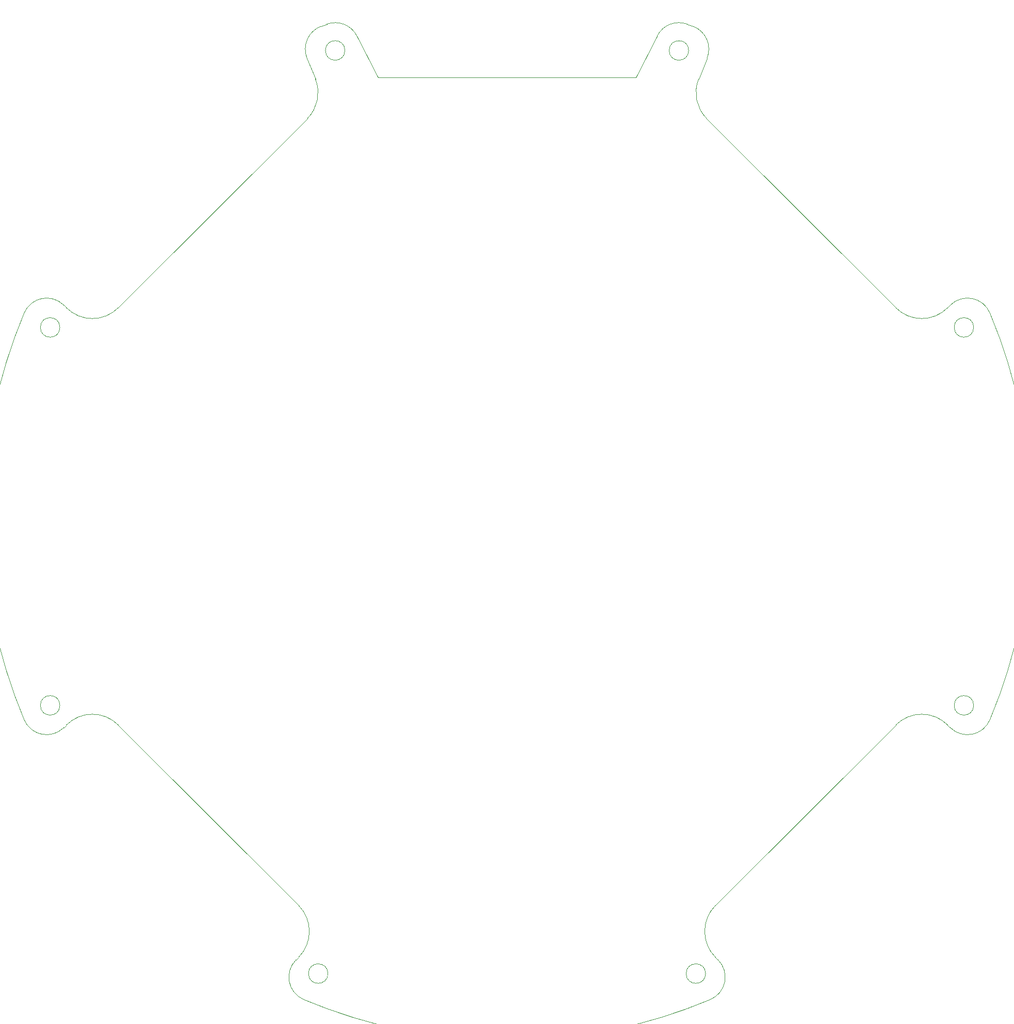
<source format=gbr>
%TF.GenerationSoftware,KiCad,Pcbnew,7.0.8*%
%TF.CreationDate,2023-11-06T14:11:06+11:00*%
%TF.ProjectId,Line 4.3,4c696e65-2034-42e3-932e-6b696361645f,rev?*%
%TF.SameCoordinates,Original*%
%TF.FileFunction,Profile,NP*%
%FSLAX46Y46*%
G04 Gerber Fmt 4.6, Leading zero omitted, Abs format (unit mm)*
G04 Created by KiCad (PCBNEW 7.0.8) date 2023-11-06 14:11:06*
%MOMM*%
%LPD*%
G01*
G04 APERTURE LIST*
%TA.AperFunction,Profile*%
%ADD10C,0.010000*%
%TD*%
G04 APERTURE END LIST*
D10*
X77682804Y-115791485D02*
G75*
G03*
X86168084Y-115791485I4242640J4242642D01*
G01*
X115359450Y-222749285D02*
G75*
G03*
X116636043Y-229264405I2828450J-2828415D01*
G01*
X182832249Y-74848095D02*
G75*
G03*
X180545432Y-69607358I-3707549J1501495D01*
G01*
X183363965Y-229264407D02*
G75*
G03*
X184640580Y-222749263I-1551765J3686707D01*
G01*
X181457994Y-78241209D02*
G75*
G03*
X182776569Y-84736131I5561206J-2252291D01*
G01*
X179816851Y-73568609D02*
G75*
G03*
X179816851Y-73568609I-1600000J0D01*
G01*
X222317205Y-184208514D02*
X222749267Y-184640576D01*
X123383157Y-73568609D02*
G75*
G03*
X123383157Y-73568609I-1600000J0D01*
G01*
X117223439Y-84736131D02*
X86168085Y-115791486D01*
X229264433Y-116636029D02*
G75*
G03*
X222749268Y-115359425I-3686733J-1551871D01*
G01*
X179582436Y-69248024D02*
G75*
G03*
X174641658Y-71189593I-1375936J-3755876D01*
G01*
X213831923Y-115791486D02*
X182776569Y-84736131D01*
X226600005Y-181000000D02*
G75*
G03*
X226600005Y-181000000I-1600000J0D01*
G01*
X76600003Y-181000000D02*
G75*
G03*
X76600003Y-181000000I-1600000J0D01*
G01*
X180545432Y-69607358D02*
X179582432Y-69248035D01*
X119454574Y-69607354D02*
G75*
G03*
X117167811Y-74848074I1420726J-3739196D01*
G01*
X184640580Y-222749263D02*
X184208518Y-222317201D01*
X184208518Y-213831919D02*
X213831923Y-184208514D01*
X182600004Y-225000001D02*
G75*
G03*
X182600004Y-225000001I-1600000J0D01*
G01*
X76600003Y-119000000D02*
G75*
G03*
X76600003Y-119000000I-1600000J0D01*
G01*
X115791489Y-222317200D02*
G75*
G03*
X115791489Y-213831920I-4242639J4242640D01*
G01*
X128824540Y-78000000D02*
X125358351Y-71189593D01*
X222749267Y-115359424D02*
X222317205Y-115791486D01*
X77682803Y-115791486D02*
X77250741Y-115359424D01*
X120417576Y-69248035D02*
X119454576Y-69607358D01*
X70735598Y-116636039D02*
G75*
G03*
X70735598Y-183363961I79264402J-33363961D01*
G01*
X213831924Y-115791485D02*
G75*
G03*
X222317204Y-115791485I4242640J4242642D01*
G01*
X171175468Y-78000000D02*
X128824540Y-78000000D01*
X174641657Y-71189593D02*
X171175468Y-78000000D01*
X77250736Y-115359429D02*
G75*
G03*
X70735598Y-116636039I-2828426J-2828421D01*
G01*
X86168085Y-184208514D02*
X115791490Y-213831919D01*
X117167811Y-74848074D02*
X118542023Y-78241205D01*
X86168084Y-184208515D02*
G75*
G03*
X77682804Y-184208515I-4242640J-4242642D01*
G01*
X229264410Y-183363961D02*
G75*
G03*
X229264410Y-116636039I-79264410J33363961D01*
G01*
X120600004Y-225000001D02*
G75*
G03*
X120600004Y-225000001I-1600000J0D01*
G01*
X181457985Y-78241205D02*
X182832197Y-74848074D01*
X222317204Y-184208515D02*
G75*
G03*
X213831924Y-184208515I-4242640J-4242642D01*
G01*
X117223446Y-84736138D02*
G75*
G03*
X118542022Y-78241205I-4242646J4242638D01*
G01*
X77250741Y-184640576D02*
X77682803Y-184208514D01*
X226600005Y-119000000D02*
G75*
G03*
X226600005Y-119000000I-1600000J0D01*
G01*
X116636043Y-229264406D02*
G75*
G03*
X183363965Y-229264406I33363961J79264402D01*
G01*
X184208518Y-213831919D02*
G75*
G03*
X184208518Y-222317201I4242642J-4242641D01*
G01*
X115791490Y-222317201D02*
X115359428Y-222749263D01*
X125358330Y-71189603D02*
G75*
G03*
X120417576Y-69248035I-3564830J-1814297D01*
G01*
X70735563Y-183363976D02*
G75*
G03*
X77250741Y-184640576I3686737J1551876D01*
G01*
X222749286Y-184640557D02*
G75*
G03*
X229264409Y-183363961I2828414J2828457D01*
G01*
M02*

</source>
